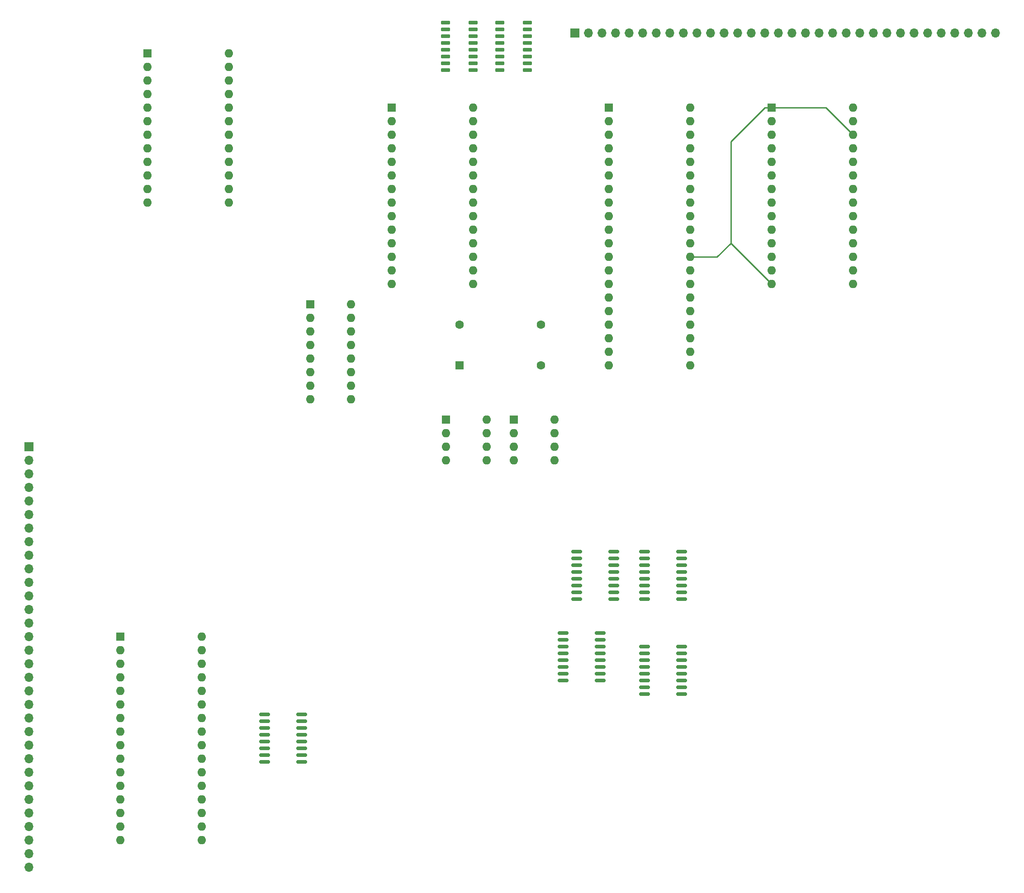
<source format=gbr>
%TF.GenerationSoftware,KiCad,Pcbnew,(6.0.2)*%
%TF.CreationDate,2022-02-20T21:17:01+01:00*%
%TF.ProjectId,z80,7a38302e-6b69-4636-9164-5f7063625858,rev?*%
%TF.SameCoordinates,Original*%
%TF.FileFunction,Copper,L1,Top*%
%TF.FilePolarity,Positive*%
%FSLAX46Y46*%
G04 Gerber Fmt 4.6, Leading zero omitted, Abs format (unit mm)*
G04 Created by KiCad (PCBNEW (6.0.2)) date 2022-02-20 21:17:01*
%MOMM*%
%LPD*%
G01*
G04 APERTURE LIST*
G04 Aperture macros list*
%AMRoundRect*
0 Rectangle with rounded corners*
0 $1 Rounding radius*
0 $2 $3 $4 $5 $6 $7 $8 $9 X,Y pos of 4 corners*
0 Add a 4 corners polygon primitive as box body*
4,1,4,$2,$3,$4,$5,$6,$7,$8,$9,$2,$3,0*
0 Add four circle primitives for the rounded corners*
1,1,$1+$1,$2,$3*
1,1,$1+$1,$4,$5*
1,1,$1+$1,$6,$7*
1,1,$1+$1,$8,$9*
0 Add four rect primitives between the rounded corners*
20,1,$1+$1,$2,$3,$4,$5,0*
20,1,$1+$1,$4,$5,$6,$7,0*
20,1,$1+$1,$6,$7,$8,$9,0*
20,1,$1+$1,$8,$9,$2,$3,0*%
G04 Aperture macros list end*
%TA.AperFunction,ComponentPad*%
%ADD10R,1.600000X1.600000*%
%TD*%
%TA.AperFunction,ComponentPad*%
%ADD11O,1.600000X1.600000*%
%TD*%
%TA.AperFunction,SMDPad,CuDef*%
%ADD12RoundRect,0.150000X-0.837500X-0.150000X0.837500X-0.150000X0.837500X0.150000X-0.837500X0.150000X0*%
%TD*%
%TA.AperFunction,ComponentPad*%
%ADD13R,1.700000X1.700000*%
%TD*%
%TA.AperFunction,ComponentPad*%
%ADD14O,1.700000X1.700000*%
%TD*%
%TA.AperFunction,SMDPad,CuDef*%
%ADD15RoundRect,0.150000X-0.725000X-0.150000X0.725000X-0.150000X0.725000X0.150000X-0.725000X0.150000X0*%
%TD*%
%TA.AperFunction,ComponentPad*%
%ADD16C,1.600000*%
%TD*%
%TA.AperFunction,Conductor*%
%ADD17C,0.250000*%
%TD*%
G04 APERTURE END LIST*
D10*
%TO.P,A1,1,NC*%
%TO.N,unconnected-(A1-Pad1)*%
X45715000Y-41905000D03*
D11*
%TO.P,A1,2,IOREF*%
%TO.N,unconnected-(A1-Pad2)*%
X45715000Y-44445000D03*
%TO.P,A1,3,~{RESET}*%
%TO.N,unconnected-(A1-Pad3)*%
X45715000Y-46985000D03*
%TO.P,A1,4,3V3*%
%TO.N,unconnected-(A1-Pad4)*%
X45715000Y-49525000D03*
%TO.P,A1,5,+5V*%
%TO.N,Net-(A1-Pad5)*%
X45715000Y-52065000D03*
%TO.P,A1,6,GND*%
%TO.N,Net-(A1-Pad6)*%
X45715000Y-54605000D03*
%TO.P,A1,7,GND*%
%TO.N,unconnected-(A1-Pad7)*%
X45715000Y-57145000D03*
%TO.P,A1,8,VIN*%
%TO.N,unconnected-(A1-Pad8)*%
X45715000Y-59685000D03*
%TO.P,A1,9,A0*%
%TO.N,Net-(A1-Pad9)*%
X45715000Y-62225000D03*
%TO.P,A1,10,A1*%
%TO.N,unconnected-(A1-Pad10)*%
X45715000Y-64765000D03*
%TO.P,A1,11,A2*%
%TO.N,unconnected-(A1-Pad11)*%
X45715000Y-67305000D03*
%TO.P,A1,12,A3*%
%TO.N,unconnected-(A1-Pad12)*%
X45715000Y-69845000D03*
%TO.P,A1,13,A4*%
%TO.N,unconnected-(A1-Pad13)*%
X60955000Y-69845000D03*
%TO.P,A1,14,A5*%
%TO.N,unconnected-(A1-Pad14)*%
X60955000Y-67305000D03*
%TO.P,A1,15,D0/RX*%
%TO.N,unconnected-(A1-Pad15)*%
X60955000Y-64765000D03*
%TO.P,A1,16,D1/TX*%
%TO.N,unconnected-(A1-Pad16)*%
X60955000Y-62225000D03*
%TO.P,A1,17,D2/SDA*%
%TO.N,Net-(A1-Pad17)*%
X60955000Y-59685000D03*
%TO.P,A1,18,D3/SCL*%
%TO.N,Net-(A1-Pad18)*%
X60955000Y-57145000D03*
%TO.P,A1,19,D4*%
%TO.N,Net-(A1-Pad19)*%
X60955000Y-54605000D03*
%TO.P,A1,20,D5*%
%TO.N,Net-(A1-Pad20)*%
X60955000Y-52065000D03*
%TO.P,A1,21,D6*%
%TO.N,Net-(A1-Pad21)*%
X60955000Y-49525000D03*
%TO.P,A1,22,D7*%
%TO.N,Net-(A1-Pad22)*%
X60955000Y-46985000D03*
%TO.P,A1,23,D8*%
%TO.N,Net-(A1-Pad23)*%
X60955000Y-44445000D03*
%TO.P,A1,24,D9*%
%TO.N,Net-(A1-Pad24)*%
X60955000Y-41905000D03*
%TD*%
D10*
%TO.P,SW1,1*%
%TO.N,D0*%
X76200000Y-88900000D03*
D11*
%TO.P,SW1,2*%
%TO.N,D1*%
X76200000Y-91440000D03*
%TO.P,SW1,3*%
%TO.N,D2*%
X76200000Y-93980000D03*
%TO.P,SW1,4*%
%TO.N,D3*%
X76200000Y-96520000D03*
%TO.P,SW1,5*%
%TO.N,D4*%
X76200000Y-99060000D03*
%TO.P,SW1,6*%
%TO.N,D5*%
X76200000Y-101600000D03*
%TO.P,SW1,7*%
%TO.N,D6*%
X76200000Y-104140000D03*
%TO.P,SW1,8*%
%TO.N,D7*%
X76200000Y-106680000D03*
%TO.P,SW1,9*%
%TO.N,PD7*%
X83820000Y-106680000D03*
%TO.P,SW1,10*%
%TO.N,PD6*%
X83820000Y-104140000D03*
%TO.P,SW1,11*%
%TO.N,PD5*%
X83820000Y-101600000D03*
%TO.P,SW1,12*%
%TO.N,PD4*%
X83820000Y-99060000D03*
%TO.P,SW1,13*%
%TO.N,PD3*%
X83820000Y-96520000D03*
%TO.P,SW1,14*%
%TO.N,PD2*%
X83820000Y-93980000D03*
%TO.P,SW1,15*%
%TO.N,PD1*%
X83820000Y-91440000D03*
%TO.P,SW1,16*%
%TO.N,PD0*%
X83820000Y-88900000D03*
%TD*%
D12*
%TO.P,U22,1,~{Mr}*%
%TO.N,Net-(R12-Pad1)*%
X123537500Y-150495000D03*
%TO.P,U22,2,Q0*%
%TO.N,Out0*%
X123537500Y-151765000D03*
%TO.P,U22,3,D0*%
%TO.N,Net-(U19-Pad3)*%
X123537500Y-153035000D03*
%TO.P,U22,4,D1*%
%TO.N,Net-(U19-Pad4)*%
X123537500Y-154305000D03*
%TO.P,U22,5,Q1*%
%TO.N,Out1*%
X123537500Y-155575000D03*
%TO.P,U22,6,D2*%
%TO.N,Net-(U19-Pad10)*%
X123537500Y-156845000D03*
%TO.P,U22,7,Q2*%
%TO.N,Out2*%
X123537500Y-158115000D03*
%TO.P,U22,8,GND*%
%TO.N,GND*%
X123537500Y-159385000D03*
%TO.P,U22,9,Cp*%
%TO.N,/Clk*%
X130462500Y-159385000D03*
%TO.P,U22,10,Q3*%
%TO.N,Out3*%
X130462500Y-158115000D03*
%TO.P,U22,11,D3*%
%TO.N,Net-(U19-Pad11)*%
X130462500Y-156845000D03*
%TO.P,U22,12,Q4*%
%TO.N,unconnected-(U22-Pad12)*%
X130462500Y-155575000D03*
%TO.P,U22,13,D4*%
%TO.N,GND*%
X130462500Y-154305000D03*
%TO.P,U22,14,D5*%
X130462500Y-153035000D03*
%TO.P,U22,15,Q5*%
%TO.N,unconnected-(U22-Pad15)*%
X130462500Y-151765000D03*
%TO.P,U22,16,VCC*%
%TO.N,+5V*%
X130462500Y-150495000D03*
%TD*%
D10*
%TO.P,CLK1,1,GND*%
%TO.N,GND*%
X101600000Y-110500000D03*
D11*
%TO.P,CLK1,2,TR*%
%TO.N,Net-(C1-Pad1)*%
X101600000Y-113040000D03*
%TO.P,CLK1,3,Q*%
%TO.N,AdjClk*%
X101600000Y-115580000D03*
%TO.P,CLK1,4,R*%
%TO.N,+5V*%
X101600000Y-118120000D03*
%TO.P,CLK1,5,CV*%
%TO.N,Net-(C5-Pad1)*%
X109220000Y-118120000D03*
%TO.P,CLK1,6,THR*%
%TO.N,Net-(C1-Pad1)*%
X109220000Y-115580000D03*
%TO.P,CLK1,7,DIS*%
%TO.N,Net-(CLK1-Pad7)*%
X109220000Y-113040000D03*
%TO.P,CLK1,8,VCC*%
%TO.N,+5V*%
X109220000Y-110500000D03*
%TD*%
D10*
%TO.P,CPU1,1,A11*%
%TO.N,A11*%
X132075000Y-52075000D03*
D11*
%TO.P,CPU1,2,A12*%
%TO.N,A12*%
X132075000Y-54615000D03*
%TO.P,CPU1,3,A13*%
%TO.N,A13*%
X132075000Y-57155000D03*
%TO.P,CPU1,4,A14*%
%TO.N,A14*%
X132075000Y-59695000D03*
%TO.P,CPU1,5,A15*%
%TO.N,A15*%
X132075000Y-62235000D03*
%TO.P,CPU1,6,~{CLK}*%
%TO.N,Clock*%
X132075000Y-64775000D03*
%TO.P,CPU1,7,D4*%
%TO.N,D4*%
X132075000Y-67315000D03*
%TO.P,CPU1,8,D3*%
%TO.N,D3*%
X132075000Y-69855000D03*
%TO.P,CPU1,9,D5*%
%TO.N,D5*%
X132075000Y-72395000D03*
%TO.P,CPU1,10,D6*%
%TO.N,D6*%
X132075000Y-74935000D03*
%TO.P,CPU1,11,VCC*%
%TO.N,+5V*%
X132075000Y-77475000D03*
%TO.P,CPU1,12,D2*%
%TO.N,D2*%
X132075000Y-80015000D03*
%TO.P,CPU1,13,D7*%
%TO.N,D7*%
X132075000Y-82555000D03*
%TO.P,CPU1,14,D0*%
%TO.N,D0*%
X132075000Y-85095000D03*
%TO.P,CPU1,15,D1*%
%TO.N,D1*%
X132075000Y-87635000D03*
%TO.P,CPU1,16,~{INT}*%
%TO.N,unconnected-(CPU1-Pad16)*%
X132075000Y-90175000D03*
%TO.P,CPU1,17,~{NMI}*%
%TO.N,unconnected-(CPU1-Pad17)*%
X132075000Y-92715000D03*
%TO.P,CPU1,18,~{HALT}*%
%TO.N,unconnected-(CPU1-Pad18)*%
X132075000Y-95255000D03*
%TO.P,CPU1,19,~{MREQ}*%
%TO.N,MemReq*%
X132075000Y-97795000D03*
%TO.P,CPU1,20,~{IORQ}*%
%TO.N,IOReq*%
X132075000Y-100335000D03*
%TO.P,CPU1,21,~{RD}*%
%TO.N,RD*%
X147315000Y-100335000D03*
%TO.P,CPU1,22,~{WR}*%
%TO.N,WR*%
X147315000Y-97795000D03*
%TO.P,CPU1,23,~{BUSACK}*%
%TO.N,unconnected-(CPU1-Pad23)*%
X147315000Y-95255000D03*
%TO.P,CPU1,24,~{WAIT}*%
%TO.N,unconnected-(CPU1-Pad24)*%
X147315000Y-92715000D03*
%TO.P,CPU1,25,~{BUSRQ}*%
%TO.N,unconnected-(CPU1-Pad25)*%
X147315000Y-90175000D03*
%TO.P,CPU1,26,~{RESET}*%
%TO.N,Net-(CPU1-Pad26)*%
X147315000Y-87635000D03*
%TO.P,CPU1,27,~{M1}*%
%TO.N,unconnected-(CPU1-Pad27)*%
X147315000Y-85095000D03*
%TO.P,CPU1,28,~{RFSH}*%
%TO.N,unconnected-(CPU1-Pad28)*%
X147315000Y-82555000D03*
%TO.P,CPU1,29,GND*%
%TO.N,GND*%
X147315000Y-80015000D03*
%TO.P,CPU1,30,A0*%
%TO.N,A0*%
X147315000Y-77475000D03*
%TO.P,CPU1,31,A1*%
%TO.N,A1*%
X147315000Y-74935000D03*
%TO.P,CPU1,32,A2*%
%TO.N,A2*%
X147315000Y-72395000D03*
%TO.P,CPU1,33,A3*%
%TO.N,A3*%
X147315000Y-69855000D03*
%TO.P,CPU1,34,A4*%
%TO.N,A4*%
X147315000Y-67315000D03*
%TO.P,CPU1,35,A5*%
%TO.N,A5*%
X147315000Y-64775000D03*
%TO.P,CPU1,36,A6*%
%TO.N,A6*%
X147315000Y-62235000D03*
%TO.P,CPU1,37,A7*%
%TO.N,A7*%
X147315000Y-59695000D03*
%TO.P,CPU1,38,A8*%
%TO.N,A8*%
X147315000Y-57155000D03*
%TO.P,CPU1,39,A9*%
%TO.N,A9*%
X147315000Y-54615000D03*
%TO.P,CPU1,40,A10*%
%TO.N,A10*%
X147315000Y-52075000D03*
%TD*%
D12*
%TO.P,U12,1,~{Mr}*%
%TO.N,Net-(R8-Pad1)*%
X126077500Y-135255000D03*
%TO.P,U12,2,Q0*%
%TO.N,Net-(U12-Pad2)*%
X126077500Y-136525000D03*
%TO.P,U12,3,D0*%
%TO.N,Net-(U12-Pad3)*%
X126077500Y-137795000D03*
%TO.P,U12,4,D1*%
%TO.N,unconnected-(U12-Pad4)*%
X126077500Y-139065000D03*
%TO.P,U12,5,Q1*%
%TO.N,unconnected-(U12-Pad5)*%
X126077500Y-140335000D03*
%TO.P,U12,6,D2*%
%TO.N,unconnected-(U12-Pad6)*%
X126077500Y-141605000D03*
%TO.P,U12,7,Q2*%
%TO.N,unconnected-(U12-Pad7)*%
X126077500Y-142875000D03*
%TO.P,U12,8,GND*%
%TO.N,GND*%
X126077500Y-144145000D03*
%TO.P,U12,9,Cp*%
%TO.N,Net-(U12-Pad9)*%
X133002500Y-144145000D03*
%TO.P,U12,10,Q3*%
%TO.N,unconnected-(U12-Pad10)*%
X133002500Y-142875000D03*
%TO.P,U12,11,D3*%
%TO.N,unconnected-(U12-Pad11)*%
X133002500Y-141605000D03*
%TO.P,U12,12,Q4*%
%TO.N,unconnected-(U12-Pad12)*%
X133002500Y-140335000D03*
%TO.P,U12,13,D4*%
%TO.N,unconnected-(U12-Pad13)*%
X133002500Y-139065000D03*
%TO.P,U12,14,D5*%
%TO.N,unconnected-(U12-Pad14)*%
X133002500Y-137795000D03*
%TO.P,U12,15,Q5*%
%TO.N,unconnected-(U12-Pad15)*%
X133002500Y-136525000D03*
%TO.P,U12,16,VCC*%
%TO.N,+5V*%
X133002500Y-135255000D03*
%TD*%
%TO.P,U13,1,~{Mr}*%
%TO.N,Net-(R9-Pad1)*%
X138777500Y-135255000D03*
%TO.P,U13,2,Q0*%
%TO.N,/Clk*%
X138777500Y-136525000D03*
%TO.P,U13,3,D0*%
%TO.N,Net-(U12-Pad2)*%
X138777500Y-137795000D03*
%TO.P,U13,4,D1*%
%TO.N,unconnected-(U13-Pad4)*%
X138777500Y-139065000D03*
%TO.P,U13,5,Q1*%
%TO.N,unconnected-(U13-Pad5)*%
X138777500Y-140335000D03*
%TO.P,U13,6,D2*%
%TO.N,unconnected-(U13-Pad6)*%
X138777500Y-141605000D03*
%TO.P,U13,7,Q2*%
%TO.N,unconnected-(U13-Pad7)*%
X138777500Y-142875000D03*
%TO.P,U13,8,GND*%
%TO.N,GND*%
X138777500Y-144145000D03*
%TO.P,U13,9,Cp*%
%TO.N,Net-(U13-Pad9)*%
X145702500Y-144145000D03*
%TO.P,U13,10,Q3*%
%TO.N,unconnected-(U13-Pad10)*%
X145702500Y-142875000D03*
%TO.P,U13,11,D3*%
%TO.N,unconnected-(U13-Pad11)*%
X145702500Y-141605000D03*
%TO.P,U13,12,Q4*%
%TO.N,unconnected-(U13-Pad12)*%
X145702500Y-140335000D03*
%TO.P,U13,13,D4*%
%TO.N,unconnected-(U13-Pad13)*%
X145702500Y-139065000D03*
%TO.P,U13,14,D5*%
%TO.N,unconnected-(U13-Pad14)*%
X145702500Y-137795000D03*
%TO.P,U13,15,Q5*%
%TO.N,unconnected-(U13-Pad15)*%
X145702500Y-136525000D03*
%TO.P,U13,16,VCC*%
%TO.N,+5V*%
X145702500Y-135255000D03*
%TD*%
D10*
%TO.P,CLK2,1,GND*%
%TO.N,GND*%
X114300000Y-110500000D03*
D11*
%TO.P,CLK2,2,TR*%
%TO.N,Net-(CLK2-Pad2)*%
X114300000Y-113040000D03*
%TO.P,CLK2,3,Q*%
%TO.N,ManClk*%
X114300000Y-115580000D03*
%TO.P,CLK2,4,R*%
%TO.N,+5V*%
X114300000Y-118120000D03*
%TO.P,CLK2,5,CV*%
%TO.N,Net-(C6-Pad1)*%
X121920000Y-118120000D03*
%TO.P,CLK2,6,THR*%
%TO.N,Net-(C7-Pad2)*%
X121920000Y-115580000D03*
%TO.P,CLK2,7,DIS*%
X121920000Y-113040000D03*
%TO.P,CLK2,8,VCC*%
%TO.N,+5V*%
X121920000Y-110500000D03*
%TD*%
D10*
%TO.P,RAM1,1,A14*%
%TO.N,GND*%
X162555000Y-52055000D03*
D11*
%TO.P,RAM1,2,A12*%
%TO.N,A12*%
X162555000Y-54595000D03*
%TO.P,RAM1,3,A7*%
%TO.N,A7*%
X162555000Y-57135000D03*
%TO.P,RAM1,4,A6*%
%TO.N,A6*%
X162555000Y-59675000D03*
%TO.P,RAM1,5,A5*%
%TO.N,A5*%
X162555000Y-62215000D03*
%TO.P,RAM1,6,A4*%
%TO.N,A4*%
X162555000Y-64755000D03*
%TO.P,RAM1,7,A3*%
%TO.N,A3*%
X162555000Y-67295000D03*
%TO.P,RAM1,8,A2*%
%TO.N,A2*%
X162555000Y-69835000D03*
%TO.P,RAM1,9,A1*%
%TO.N,A1*%
X162555000Y-72375000D03*
%TO.P,RAM1,10,A0*%
%TO.N,A0*%
X162555000Y-74915000D03*
%TO.P,RAM1,11,Q0*%
%TO.N,D0*%
X162555000Y-77455000D03*
%TO.P,RAM1,12,Q1*%
%TO.N,D1*%
X162555000Y-79995000D03*
%TO.P,RAM1,13,Q2*%
%TO.N,D2*%
X162555000Y-82535000D03*
%TO.P,RAM1,14,GND*%
%TO.N,GND*%
X162555000Y-85075000D03*
%TO.P,RAM1,15,Q3*%
%TO.N,D3*%
X177795000Y-85075000D03*
%TO.P,RAM1,16,Q4*%
%TO.N,D4*%
X177795000Y-82535000D03*
%TO.P,RAM1,17,Q5*%
%TO.N,D5*%
X177795000Y-79995000D03*
%TO.P,RAM1,18,Q6*%
%TO.N,D6*%
X177795000Y-77455000D03*
%TO.P,RAM1,19,Q7*%
%TO.N,D7*%
X177795000Y-74915000D03*
%TO.P,RAM1,20,~{CS}*%
%TO.N,Net-(RAM1-Pad20)*%
X177795000Y-72375000D03*
%TO.P,RAM1,21,A10*%
%TO.N,A10*%
X177795000Y-69835000D03*
%TO.P,RAM1,22,~{OE}*%
%TO.N,RD*%
X177795000Y-67295000D03*
%TO.P,RAM1,23,A11*%
%TO.N,A11*%
X177795000Y-64755000D03*
%TO.P,RAM1,24,A9*%
%TO.N,A9*%
X177795000Y-62215000D03*
%TO.P,RAM1,25,A8*%
%TO.N,A8*%
X177795000Y-59675000D03*
%TO.P,RAM1,26,A13*%
%TO.N,GND*%
X177795000Y-57135000D03*
%TO.P,RAM1,27,~{WE}*%
%TO.N,WR*%
X177795000Y-54595000D03*
%TO.P,RAM1,28,VCC*%
%TO.N,+5V*%
X177795000Y-52055000D03*
%TD*%
D12*
%TO.P,U23,1,~{Mr}*%
%TO.N,Net-(R13-Pad1)*%
X138777500Y-153035000D03*
%TO.P,U23,2,Q0*%
%TO.N,Out4*%
X138777500Y-154305000D03*
%TO.P,U23,3,D0*%
%TO.N,Net-(U20-Pad3)*%
X138777500Y-155575000D03*
%TO.P,U23,4,D1*%
%TO.N,Net-(U20-Pad4)*%
X138777500Y-156845000D03*
%TO.P,U23,5,Q1*%
%TO.N,Out5*%
X138777500Y-158115000D03*
%TO.P,U23,6,D2*%
%TO.N,Net-(U20-Pad10)*%
X138777500Y-159385000D03*
%TO.P,U23,7,Q2*%
%TO.N,Out6*%
X138777500Y-160655000D03*
%TO.P,U23,8,GND*%
%TO.N,GND*%
X138777500Y-161925000D03*
%TO.P,U23,9,Cp*%
%TO.N,/Clk*%
X145702500Y-161925000D03*
%TO.P,U23,10,Q3*%
%TO.N,Out7*%
X145702500Y-160655000D03*
%TO.P,U23,11,D3*%
%TO.N,Net-(U20-Pad11)*%
X145702500Y-159385000D03*
%TO.P,U23,12,Q4*%
%TO.N,unconnected-(U23-Pad12)*%
X145702500Y-158115000D03*
%TO.P,U23,13,D4*%
%TO.N,GND*%
X145702500Y-156845000D03*
%TO.P,U23,14,D5*%
X145702500Y-155575000D03*
%TO.P,U23,15,Q5*%
%TO.N,unconnected-(U23-Pad15)*%
X145702500Y-154305000D03*
%TO.P,U23,16,VCC*%
%TO.N,+5V*%
X145702500Y-153035000D03*
%TD*%
D10*
%TO.P,ROM1,1,NC*%
%TO.N,unconnected-(ROM1-Pad1)*%
X91435000Y-52055000D03*
D11*
%TO.P,ROM1,2,A12*%
%TO.N,PA12*%
X91435000Y-54595000D03*
%TO.P,ROM1,3,A7*%
%TO.N,PA7*%
X91435000Y-57135000D03*
%TO.P,ROM1,4,A6*%
%TO.N,PA6*%
X91435000Y-59675000D03*
%TO.P,ROM1,5,A5*%
%TO.N,PA5*%
X91435000Y-62215000D03*
%TO.P,ROM1,6,A4*%
%TO.N,PA4*%
X91435000Y-64755000D03*
%TO.P,ROM1,7,A3*%
%TO.N,PA3*%
X91435000Y-67295000D03*
%TO.P,ROM1,8,A2*%
%TO.N,PA2*%
X91435000Y-69835000D03*
%TO.P,ROM1,9,A1*%
%TO.N,PA1*%
X91435000Y-72375000D03*
%TO.P,ROM1,10,A0*%
%TO.N,PA0*%
X91435000Y-74915000D03*
%TO.P,ROM1,11,I/O0*%
%TO.N,PD0*%
X91435000Y-77455000D03*
%TO.P,ROM1,12,I/O1*%
%TO.N,PD1*%
X91435000Y-79995000D03*
%TO.P,ROM1,13,I/O2*%
%TO.N,PD2*%
X91435000Y-82535000D03*
%TO.P,ROM1,14,GND*%
%TO.N,GND*%
X91435000Y-85075000D03*
%TO.P,ROM1,15,I/O3*%
%TO.N,PD3*%
X106675000Y-85075000D03*
%TO.P,ROM1,16,I/O4*%
%TO.N,PD4*%
X106675000Y-82535000D03*
%TO.P,ROM1,17,I/O5*%
%TO.N,PD5*%
X106675000Y-79995000D03*
%TO.P,ROM1,18,I/O6*%
%TO.N,PD6*%
X106675000Y-77455000D03*
%TO.P,ROM1,19,I/O7*%
%TO.N,PD7*%
X106675000Y-74915000D03*
%TO.P,ROM1,20,\u002ACE*%
%TO.N,Net-(ROM1-Pad20)*%
X106675000Y-72375000D03*
%TO.P,ROM1,21,A10*%
%TO.N,PA10*%
X106675000Y-69835000D03*
%TO.P,ROM1,22,\u002AOE*%
%TO.N,PRD*%
X106675000Y-67295000D03*
%TO.P,ROM1,23,A11*%
%TO.N,PA11*%
X106675000Y-64755000D03*
%TO.P,ROM1,24,A9*%
%TO.N,PA9*%
X106675000Y-62215000D03*
%TO.P,ROM1,25,A8*%
%TO.N,PA8*%
X106675000Y-59675000D03*
%TO.P,ROM1,26,NC*%
%TO.N,unconnected-(ROM1-Pad26)*%
X106675000Y-57135000D03*
%TO.P,ROM1,27,\u002AWE*%
%TO.N,PWR*%
X106675000Y-54595000D03*
%TO.P,ROM1,28,VCC*%
%TO.N,+5V*%
X106675000Y-52055000D03*
%TD*%
D13*
%TO.P,J1,1,Pin_1*%
%TO.N,unconnected-(J1-Pad1)*%
X125725000Y-38075000D03*
D14*
%TO.P,J1,2,Pin_2*%
%TO.N,unconnected-(J1-Pad2)*%
X128265000Y-38075000D03*
%TO.P,J1,3,Pin_3*%
%TO.N,unconnected-(J1-Pad3)*%
X130805000Y-38075000D03*
%TO.P,J1,4,Pin_4*%
%TO.N,unconnected-(J1-Pad4)*%
X133345000Y-38075000D03*
%TO.P,J1,5,Pin_5*%
%TO.N,unconnected-(J1-Pad5)*%
X135885000Y-38075000D03*
%TO.P,J1,6,Pin_6*%
%TO.N,unconnected-(J1-Pad6)*%
X138425000Y-38075000D03*
%TO.P,J1,7,Pin_7*%
%TO.N,unconnected-(J1-Pad7)*%
X140965000Y-38075000D03*
%TO.P,J1,8,Pin_8*%
%TO.N,unconnected-(J1-Pad8)*%
X143505000Y-38075000D03*
%TO.P,J1,9,Pin_9*%
%TO.N,unconnected-(J1-Pad9)*%
X146045000Y-38075000D03*
%TO.P,J1,10,Pin_10*%
%TO.N,unconnected-(J1-Pad10)*%
X148585000Y-38075000D03*
%TO.P,J1,11,Pin_11*%
%TO.N,unconnected-(J1-Pad11)*%
X151125000Y-38075000D03*
%TO.P,J1,12,Pin_12*%
%TO.N,unconnected-(J1-Pad12)*%
X153665000Y-38075000D03*
%TO.P,J1,13,Pin_13*%
%TO.N,unconnected-(J1-Pad13)*%
X156205000Y-38075000D03*
%TO.P,J1,14,Pin_14*%
%TO.N,unconnected-(J1-Pad14)*%
X158745000Y-38075000D03*
%TO.P,J1,15,Pin_15*%
%TO.N,unconnected-(J1-Pad15)*%
X161285000Y-38075000D03*
%TO.P,J1,16,Pin_16*%
%TO.N,unconnected-(J1-Pad16)*%
X163825000Y-38075000D03*
%TO.P,J1,17,Pin_17*%
%TO.N,unconnected-(J1-Pad17)*%
X166365000Y-38075000D03*
%TO.P,J1,18,Pin_18*%
%TO.N,unconnected-(J1-Pad18)*%
X168905000Y-38075000D03*
%TO.P,J1,19,Pin_19*%
%TO.N,unconnected-(J1-Pad19)*%
X171445000Y-38075000D03*
%TO.P,J1,20,Pin_20*%
%TO.N,unconnected-(J1-Pad20)*%
X173985000Y-38075000D03*
%TO.P,J1,21,Pin_21*%
%TO.N,unconnected-(J1-Pad21)*%
X176525000Y-38075000D03*
%TO.P,J1,22,Pin_22*%
%TO.N,unconnected-(J1-Pad22)*%
X179065000Y-38075000D03*
%TO.P,J1,23,Pin_23*%
%TO.N,unconnected-(J1-Pad23)*%
X181605000Y-38075000D03*
%TO.P,J1,24,Pin_24*%
%TO.N,unconnected-(J1-Pad24)*%
X184145000Y-38075000D03*
%TO.P,J1,25,Pin_25*%
%TO.N,unconnected-(J1-Pad25)*%
X186685000Y-38075000D03*
%TO.P,J1,26,Pin_26*%
%TO.N,unconnected-(J1-Pad26)*%
X189225000Y-38075000D03*
%TO.P,J1,27,Pin_27*%
%TO.N,unconnected-(J1-Pad27)*%
X191765000Y-38075000D03*
%TO.P,J1,28,Pin_28*%
%TO.N,unconnected-(J1-Pad28)*%
X194305000Y-38075000D03*
%TO.P,J1,29,Pin_29*%
%TO.N,unconnected-(J1-Pad29)*%
X196845000Y-38075000D03*
%TO.P,J1,30,Pin_30*%
%TO.N,unconnected-(J1-Pad30)*%
X199385000Y-38075000D03*
%TO.P,J1,31,Pin_31*%
%TO.N,unconnected-(J1-Pad31)*%
X201925000Y-38075000D03*
%TO.P,J1,32,Pin_32*%
%TO.N,unconnected-(J1-Pad32)*%
X204465000Y-38075000D03*
%TD*%
D12*
%TO.P,U18,1,~{Mr}*%
%TO.N,Net-(R10-Pad1)*%
X67657500Y-165735000D03*
%TO.P,U18,2,Q0*%
%TO.N,Net-(U18-Pad2)*%
X67657500Y-167005000D03*
%TO.P,U18,3,D0*%
%TO.N,unconnected-(U18-Pad3)*%
X67657500Y-168275000D03*
%TO.P,U18,4,D1*%
%TO.N,unconnected-(U18-Pad4)*%
X67657500Y-169545000D03*
%TO.P,U18,5,Q1*%
%TO.N,Net-(U18-Pad5)*%
X67657500Y-170815000D03*
%TO.P,U18,6,D2*%
%TO.N,unconnected-(U18-Pad6)*%
X67657500Y-172085000D03*
%TO.P,U18,7,Q2*%
%TO.N,Net-(U18-Pad7)*%
X67657500Y-173355000D03*
%TO.P,U18,8,GND*%
%TO.N,GND*%
X67657500Y-174625000D03*
%TO.P,U18,9,Cp*%
%TO.N,unconnected-(U18-Pad9)*%
X74582500Y-174625000D03*
%TO.P,U18,10,Q3*%
%TO.N,Net-(U18-Pad10)*%
X74582500Y-173355000D03*
%TO.P,U18,11,D3*%
%TO.N,unconnected-(U18-Pad11)*%
X74582500Y-172085000D03*
%TO.P,U18,12,Q4*%
%TO.N,unconnected-(U18-Pad12)*%
X74582500Y-170815000D03*
%TO.P,U18,13,D4*%
%TO.N,GND*%
X74582500Y-169545000D03*
%TO.P,U18,14,D5*%
X74582500Y-168275000D03*
%TO.P,U18,15,Q5*%
%TO.N,unconnected-(U18-Pad15)*%
X74582500Y-167005000D03*
%TO.P,U18,16,VCC*%
%TO.N,PWR*%
X74582500Y-165735000D03*
%TD*%
D15*
%TO.P,U2,1,QB*%
%TO.N,Net-(SW47-Pad1)*%
X111725000Y-36195000D03*
%TO.P,U2,2,QC*%
%TO.N,Net-(SW48-Pad1)*%
X111725000Y-37465000D03*
%TO.P,U2,3,QD*%
%TO.N,Net-(SW49-Pad1)*%
X111725000Y-38735000D03*
%TO.P,U2,4,QE*%
%TO.N,Net-(SW50-Pad1)*%
X111725000Y-40005000D03*
%TO.P,U2,5,QF*%
%TO.N,unconnected-(U2-Pad5)*%
X111725000Y-41275000D03*
%TO.P,U2,6,QG*%
%TO.N,unconnected-(U2-Pad6)*%
X111725000Y-42545000D03*
%TO.P,U2,7,QH*%
%TO.N,unconnected-(U2-Pad7)*%
X111725000Y-43815000D03*
%TO.P,U2,8,GND*%
%TO.N,GND*%
X111725000Y-45085000D03*
%TO.P,U2,9,QH'*%
%TO.N,unconnected-(U2-Pad9)*%
X116875000Y-45085000D03*
%TO.P,U2,10,~{SRCLR}*%
%TO.N,+5V*%
X116875000Y-43815000D03*
%TO.P,U2,11,SRCLK*%
%TO.N,Net-(A1-Pad27)*%
X116875000Y-42545000D03*
%TO.P,U2,12,RCLK*%
%TO.N,Net-(A1-Pad26)*%
X116875000Y-41275000D03*
%TO.P,U2,13,~{OE}*%
%TO.N,GND*%
X116875000Y-40005000D03*
%TO.P,U2,14,SER*%
%TO.N,Net-(U1-Pad9)*%
X116875000Y-38735000D03*
%TO.P,U2,15,QA*%
%TO.N,Net-(SW46-Pad1)*%
X116875000Y-37465000D03*
%TO.P,U2,16,VCC*%
%TO.N,+5V*%
X116875000Y-36195000D03*
%TD*%
D10*
%TO.P,X8.000Mhz1,1,EN*%
%TO.N,unconnected-(X8.000Mhz1-Pad1)*%
X104140000Y-100330000D03*
D16*
%TO.P,X8.000Mhz1,7,GND*%
%TO.N,GND*%
X119380000Y-100330000D03*
%TO.P,X8.000Mhz1,8,OUT*%
%TO.N,FstClk*%
X119380000Y-92710000D03*
%TO.P,X8.000Mhz1,14,Vcc*%
%TO.N,+5V*%
X104140000Y-92710000D03*
%TD*%
D13*
%TO.P,J2,1,Pin_1*%
%TO.N,unconnected-(J2-Pad1)*%
X23565000Y-115565000D03*
D14*
%TO.P,J2,2,Pin_2*%
%TO.N,unconnected-(J2-Pad2)*%
X23565000Y-118105000D03*
%TO.P,J2,3,Pin_3*%
%TO.N,unconnected-(J2-Pad3)*%
X23565000Y-120645000D03*
%TO.P,J2,4,Pin_4*%
%TO.N,unconnected-(J2-Pad4)*%
X23565000Y-123185000D03*
%TO.P,J2,5,Pin_5*%
%TO.N,unconnected-(J2-Pad5)*%
X23565000Y-125725000D03*
%TO.P,J2,6,Pin_6*%
%TO.N,unconnected-(J2-Pad6)*%
X23565000Y-128265000D03*
%TO.P,J2,7,Pin_7*%
%TO.N,unconnected-(J2-Pad7)*%
X23565000Y-130805000D03*
%TO.P,J2,8,Pin_8*%
%TO.N,unconnected-(J2-Pad8)*%
X23565000Y-133345000D03*
%TO.P,J2,9,Pin_9*%
%TO.N,A15*%
X23565000Y-135885000D03*
%TO.P,J2,10,Pin_10*%
%TO.N,PWR*%
X23565000Y-138425000D03*
%TO.P,J2,11,Pin_11*%
%TO.N,/RST*%
X23565000Y-140965000D03*
%TO.P,J2,12,Pin_12*%
%TO.N,/IO*%
X23565000Y-143505000D03*
%TO.P,J2,13,Pin_13*%
%TO.N,/MEM*%
X23565000Y-146045000D03*
%TO.P,J2,14,Pin_14*%
%TO.N,RD*%
X23565000Y-148585000D03*
%TO.P,J2,15,Pin_15*%
%TO.N,WR*%
X23565000Y-151125000D03*
%TO.P,J2,16,Pin_16*%
%TO.N,GND*%
X23565000Y-153665000D03*
%TO.P,J2,17,Pin_17*%
X23565000Y-156205000D03*
%TO.P,J2,18,Pin_18*%
%TO.N,unconnected-(J2-Pad18)*%
X23565000Y-158745000D03*
%TO.P,J2,19,Pin_19*%
%TO.N,unconnected-(J2-Pad19)*%
X23565000Y-161285000D03*
%TO.P,J2,20,Pin_20*%
%TO.N,unconnected-(J2-Pad20)*%
X23565000Y-163825000D03*
%TO.P,J2,21,Pin_21*%
%TO.N,unconnected-(J2-Pad21)*%
X23565000Y-166365000D03*
%TO.P,J2,22,Pin_22*%
%TO.N,unconnected-(J2-Pad22)*%
X23565000Y-168905000D03*
%TO.P,J2,23,Pin_23*%
%TO.N,unconnected-(J2-Pad23)*%
X23565000Y-171445000D03*
%TO.P,J2,24,Pin_24*%
%TO.N,unconnected-(J2-Pad24)*%
X23565000Y-173985000D03*
%TO.P,J2,25,Pin_25*%
%TO.N,unconnected-(J2-Pad25)*%
X23565000Y-176525000D03*
%TO.P,J2,26,Pin_26*%
%TO.N,unconnected-(J2-Pad26)*%
X23565000Y-179065000D03*
%TO.P,J2,27,Pin_27*%
%TO.N,unconnected-(J2-Pad27)*%
X23565000Y-181605000D03*
%TO.P,J2,28,Pin_28*%
%TO.N,unconnected-(J2-Pad28)*%
X23565000Y-184145000D03*
%TO.P,J2,29,Pin_29*%
%TO.N,unconnected-(J2-Pad29)*%
X23565000Y-186685000D03*
%TO.P,J2,30,Pin_30*%
%TO.N,unconnected-(J2-Pad30)*%
X23565000Y-189225000D03*
%TO.P,J2,31,Pin_31*%
%TO.N,unconnected-(J2-Pad31)*%
X23565000Y-191765000D03*
%TO.P,J2,32,Pin_32*%
%TO.N,unconnected-(J2-Pad32)*%
X23565000Y-194305000D03*
%TD*%
D15*
%TO.P,U1,1,QB*%
%TO.N,Net-(SW39-Pad1)*%
X101565000Y-36195000D03*
%TO.P,U1,2,QC*%
%TO.N,Net-(SW40-Pad1)*%
X101565000Y-37465000D03*
%TO.P,U1,3,QD*%
%TO.N,Net-(SW41-Pad1)*%
X101565000Y-38735000D03*
%TO.P,U1,4,QE*%
%TO.N,Net-(SW42-Pad1)*%
X101565000Y-40005000D03*
%TO.P,U1,5,QF*%
%TO.N,Net-(SW43-Pad1)*%
X101565000Y-41275000D03*
%TO.P,U1,6,QG*%
%TO.N,Net-(SW44-Pad1)*%
X101565000Y-42545000D03*
%TO.P,U1,7,QH*%
%TO.N,Net-(SW45-Pad1)*%
X101565000Y-43815000D03*
%TO.P,U1,8,GND*%
%TO.N,GND*%
X101565000Y-45085000D03*
%TO.P,U1,9,QH'*%
%TO.N,Net-(U1-Pad9)*%
X106715000Y-45085000D03*
%TO.P,U1,10,~{SRCLR}*%
%TO.N,+5V*%
X106715000Y-43815000D03*
%TO.P,U1,11,SRCLK*%
%TO.N,Net-(A1-Pad27)*%
X106715000Y-42545000D03*
%TO.P,U1,12,RCLK*%
%TO.N,Net-(A1-Pad26)*%
X106715000Y-41275000D03*
%TO.P,U1,13,~{OE}*%
%TO.N,GND*%
X106715000Y-40005000D03*
%TO.P,U1,14,SER*%
%TO.N,Net-(A1-Pad28)*%
X106715000Y-38735000D03*
%TO.P,U1,15,QA*%
%TO.N,Net-(SW38-Pad1)*%
X106715000Y-37465000D03*
%TO.P,U1,16,VCC*%
%TO.N,+5V*%
X106715000Y-36195000D03*
%TD*%
D10*
%TO.P,U21,1,A18*%
%TO.N,Net-(U18-Pad10)*%
X40635000Y-151130000D03*
D11*
%TO.P,U21,2,A16*%
%TO.N,Net-(U18-Pad5)*%
X40635000Y-153670000D03*
%TO.P,U21,3,A15*%
%TO.N,Net-(U18-Pad2)*%
X40635000Y-156210000D03*
%TO.P,U21,4,A12*%
%TO.N,unconnected-(U21-Pad4)*%
X40635000Y-158750000D03*
%TO.P,U21,5,A7*%
%TO.N,unconnected-(U21-Pad5)*%
X40635000Y-161290000D03*
%TO.P,U21,6,A6*%
%TO.N,unconnected-(U21-Pad6)*%
X40635000Y-163830000D03*
%TO.P,U21,7,A5*%
%TO.N,unconnected-(U21-Pad7)*%
X40635000Y-166370000D03*
%TO.P,U21,8,A4*%
%TO.N,unconnected-(U21-Pad8)*%
X40635000Y-168910000D03*
%TO.P,U21,9,A3*%
%TO.N,unconnected-(U21-Pad9)*%
X40635000Y-171450000D03*
%TO.P,U21,10,A2*%
%TO.N,unconnected-(U21-Pad10)*%
X40635000Y-173990000D03*
%TO.P,U21,11,A1*%
%TO.N,unconnected-(U21-Pad11)*%
X40635000Y-176530000D03*
%TO.P,U21,12,A0*%
%TO.N,unconnected-(U21-Pad12)*%
X40635000Y-179070000D03*
%TO.P,U21,13,D0*%
%TO.N,unconnected-(U21-Pad13)*%
X40635000Y-181610000D03*
%TO.P,U21,14,D1*%
%TO.N,unconnected-(U21-Pad14)*%
X40635000Y-184150000D03*
%TO.P,U21,15,D2*%
%TO.N,unconnected-(U21-Pad15)*%
X40635000Y-186690000D03*
%TO.P,U21,16,GND*%
%TO.N,GND*%
X40635000Y-189230000D03*
%TO.P,U21,17,D3*%
%TO.N,unconnected-(U21-Pad17)*%
X55875000Y-189230000D03*
%TO.P,U21,18,D4*%
%TO.N,unconnected-(U21-Pad18)*%
X55875000Y-186690000D03*
%TO.P,U21,19,D5*%
%TO.N,unconnected-(U21-Pad19)*%
X55875000Y-184150000D03*
%TO.P,U21,20,D6*%
%TO.N,unconnected-(U21-Pad20)*%
X55875000Y-181610000D03*
%TO.P,U21,21,D7*%
%TO.N,unconnected-(U21-Pad21)*%
X55875000Y-179070000D03*
%TO.P,U21,22,CE*%
%TO.N,unconnected-(U21-Pad22)*%
X55875000Y-176530000D03*
%TO.P,U21,23,A10*%
%TO.N,unconnected-(U21-Pad23)*%
X55875000Y-173990000D03*
%TO.P,U21,24,OE*%
%TO.N,RD*%
X55875000Y-171450000D03*
%TO.P,U21,25,A11*%
%TO.N,unconnected-(U21-Pad25)*%
X55875000Y-168910000D03*
%TO.P,U21,26,A9*%
%TO.N,unconnected-(U21-Pad26)*%
X55875000Y-166370000D03*
%TO.P,U21,27,A8*%
%TO.N,unconnected-(U21-Pad27)*%
X55875000Y-163830000D03*
%TO.P,U21,28,A13*%
%TO.N,unconnected-(U21-Pad28)*%
X55875000Y-161290000D03*
%TO.P,U21,29,A14*%
%TO.N,unconnected-(U21-Pad29)*%
X55875000Y-158750000D03*
%TO.P,U21,30,A17*%
%TO.N,Net-(U18-Pad7)*%
X55875000Y-156210000D03*
%TO.P,U21,31,PGM*%
%TO.N,Net-(R11-Pad1)*%
X55875000Y-153670000D03*
%TO.P,U21,32,VCC*%
%TO.N,PWR*%
X55875000Y-151130000D03*
%TD*%
D17*
%TO.N,GND*%
X161305000Y-52055000D02*
X154940000Y-58420000D01*
X154940000Y-77460000D02*
X162555000Y-85075000D01*
X162555000Y-52055000D02*
X161305000Y-52055000D01*
X154940000Y-77460000D02*
X152385000Y-80015000D01*
X152385000Y-80015000D02*
X147315000Y-80015000D01*
X162555000Y-52055000D02*
X172715000Y-52055000D01*
X172715000Y-52055000D02*
X177795000Y-57135000D01*
X154940000Y-58420000D02*
X154940000Y-77460000D01*
%TD*%
M02*

</source>
